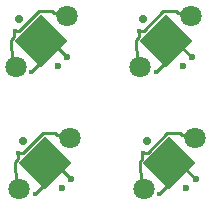
<source format=gbl>
G04*
G04 #@! TF.GenerationSoftware,Altium Limited,Altium Designer,21.8.1 (53)*
G04*
G04 Layer_Physical_Order=2*
G04 Layer_Color=16711680*
%FSLAX25Y25*%
%MOIN*%
G70*
G04*
G04 #@! TF.SameCoordinates,7148B44F-C07B-4FA7-92CD-32C68B6CDD5B*
G04*
G04*
G04 #@! TF.FilePolarity,Positive*
G04*
G01*
G75*
%ADD24C,0.01000*%
%ADD25C,0.07087*%
%ADD26C,0.02756*%
%ADD27C,0.02362*%
%ADD28C,0.01575*%
%ADD29P,0.17650X4X270.0*%
D24*
X788918Y114990D02*
X789272Y114636D01*
Y110747D02*
Y114636D01*
X802105Y117818D02*
X807577Y112346D01*
X798818Y117818D02*
X802105D01*
X795540Y107565D02*
X798818Y110843D01*
Y117818D01*
X791598Y121204D02*
X798111Y127717D01*
X788918Y114990D02*
Y118158D01*
X789850Y119090D01*
Y121075D01*
X789960Y121185D01*
X802975Y127107D02*
X806511D01*
X798111Y127717D02*
X802365D01*
X802975Y127107D01*
X789960Y121204D02*
X791598D01*
X806511Y127107D02*
X807309Y126309D01*
X790490Y70093D02*
Y73982D01*
X796759Y66911D02*
X800036Y70188D01*
Y77164D01*
X791069Y78435D02*
Y80421D01*
X791179Y80531D01*
Y80550D02*
X792816D01*
X790137Y74335D02*
Y77504D01*
X791069Y78435D01*
X790137Y74335D02*
X790490Y73982D01*
X803323Y77164D02*
X808795Y71692D01*
X800036Y77164D02*
X803323D01*
X792816Y80550D02*
X799329Y87063D01*
X804193Y86453D02*
X807728D01*
X803583Y87063D02*
X804193Y86453D01*
X807728D02*
X808527Y85655D01*
X799329Y87063D02*
X803583D01*
X757829D02*
X762083D01*
X766228Y86453D02*
X767027Y85655D01*
X762083Y87063D02*
X762693Y86453D01*
X766228D01*
X751316Y80550D02*
X757829Y87063D01*
X758536Y77164D02*
X761824D01*
X767295Y71692D01*
X748637Y74335D02*
X748990Y73982D01*
X748637Y77504D02*
X749569Y78435D01*
X748637Y74335D02*
Y77504D01*
X749679Y80550D02*
X751316D01*
X749569Y80421D02*
X749679Y80531D01*
X749569Y78435D02*
Y80421D01*
X758536Y70188D02*
Y77164D01*
X755259Y66911D02*
X758536Y70188D01*
X748990Y70093D02*
Y73982D01*
X765010Y127107D02*
X765809Y126309D01*
X748460Y121204D02*
X750098D01*
X760865Y127717D02*
X761475Y127107D01*
X756611Y127717D02*
X760865D01*
X761475Y127107D02*
X765010D01*
X748350Y121075D02*
X748460Y121185D01*
X748350Y119090D02*
Y121075D01*
X747418Y118158D02*
X748350Y119090D01*
X747418Y114990D02*
Y118158D01*
X750098Y121204D02*
X756611Y127717D01*
X757318Y110843D02*
Y117818D01*
X754040Y107565D02*
X757318Y110843D01*
Y117818D02*
X760605D01*
X766077Y112346D01*
X747772Y110747D02*
Y114636D01*
X747418Y114990D02*
X747772Y114636D01*
D25*
X807309Y126309D02*
D03*
X790327Y109327D02*
D03*
X808527Y85655D02*
D03*
X791545Y68673D02*
D03*
X765809Y126309D02*
D03*
X748827Y109327D02*
D03*
X767027Y85655D02*
D03*
X750045Y68673D02*
D03*
D26*
X791393Y125243D02*
D03*
X792612Y84589D02*
D03*
X751112D02*
D03*
X749893Y125243D02*
D03*
D27*
X804520Y109355D02*
D03*
X807577Y112346D02*
D03*
X805738Y68701D02*
D03*
X808795Y71692D02*
D03*
X767295D02*
D03*
X764238Y68701D02*
D03*
X766077Y112346D02*
D03*
X763020Y109355D02*
D03*
D28*
X795540Y107565D02*
D03*
X789960Y121185D02*
D03*
X796759Y66911D02*
D03*
X791179Y80531D02*
D03*
X749679D02*
D03*
X755259Y66911D02*
D03*
X748460Y121185D02*
D03*
X754040Y107565D02*
D03*
D29*
X798818Y117818D02*
D03*
X800036Y77164D02*
D03*
X757318Y117818D02*
D03*
X758536Y77164D02*
D03*
M02*

</source>
